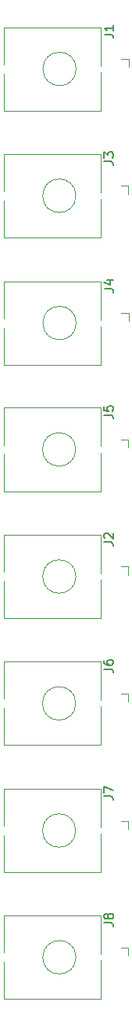
<source format=gbr>
%TF.GenerationSoftware,KiCad,Pcbnew,(5.1.6-0)*%
%TF.CreationDate,2020-10-27T19:58:16-07:00*%
%TF.ProjectId,circuit_board,63697263-7569-4745-9f62-6f6172642e6b,rev?*%
%TF.SameCoordinates,Original*%
%TF.FileFunction,Legend,Top*%
%TF.FilePolarity,Positive*%
%FSLAX46Y46*%
G04 Gerber Fmt 4.6, Leading zero omitted, Abs format (unit mm)*
G04 Created by KiCad (PCBNEW (5.1.6-0)) date 2020-10-27 19:58:16*
%MOMM*%
%LPD*%
G01*
G04 APERTURE LIST*
%ADD10C,0.120000*%
%ADD11C,0.150000*%
G04 APERTURE END LIST*
D10*
%TO.C,J1*%
X95910000Y-47170000D02*
X95910000Y-48030000D01*
X95910000Y-47170000D02*
X95110000Y-47170000D01*
X90230000Y-48230000D02*
G75*
G03*
X90230000Y-48230000I-1800000J0D01*
G01*
X92930000Y-47880000D02*
X92930000Y-43730000D01*
X92930000Y-52730000D02*
X92930000Y-48580000D01*
X82430000Y-47730000D02*
X82430000Y-43730000D01*
X82430000Y-52730000D02*
X82430000Y-48730000D01*
X92930000Y-52730000D02*
X82430000Y-52730000D01*
X92930000Y-43730000D02*
X82430000Y-43730000D01*
%TO.C,J2*%
X95880000Y-101810000D02*
X95880000Y-102670000D01*
X95880000Y-101810000D02*
X95080000Y-101810000D01*
X90200000Y-102870000D02*
G75*
G03*
X90200000Y-102870000I-1800000J0D01*
G01*
X92900000Y-102520000D02*
X92900000Y-98370000D01*
X92900000Y-107370000D02*
X92900000Y-103220000D01*
X82400000Y-102370000D02*
X82400000Y-98370000D01*
X82400000Y-107370000D02*
X82400000Y-103370000D01*
X92900000Y-107370000D02*
X82400000Y-107370000D01*
X92900000Y-98370000D02*
X82400000Y-98370000D01*
%TO.C,J3*%
X92900000Y-57380000D02*
X82400000Y-57380000D01*
X92900000Y-66380000D02*
X82400000Y-66380000D01*
X82400000Y-66380000D02*
X82400000Y-62380000D01*
X82400000Y-61380000D02*
X82400000Y-57380000D01*
X92900000Y-66380000D02*
X92900000Y-62230000D01*
X92900000Y-61530000D02*
X92900000Y-57380000D01*
X90200000Y-61880000D02*
G75*
G03*
X90200000Y-61880000I-1800000J0D01*
G01*
X95880000Y-60820000D02*
X95080000Y-60820000D01*
X95880000Y-60820000D02*
X95880000Y-61680000D01*
%TO.C,J4*%
X95910000Y-74520000D02*
X95910000Y-75380000D01*
X95910000Y-74520000D02*
X95110000Y-74520000D01*
X90230000Y-75580000D02*
G75*
G03*
X90230000Y-75580000I-1800000J0D01*
G01*
X92930000Y-75230000D02*
X92930000Y-71080000D01*
X92930000Y-80080000D02*
X92930000Y-75930000D01*
X82430000Y-75080000D02*
X82430000Y-71080000D01*
X82430000Y-80080000D02*
X82430000Y-76080000D01*
X92930000Y-80080000D02*
X82430000Y-80080000D01*
X92930000Y-71080000D02*
X82430000Y-71080000D01*
%TO.C,J5*%
X92880000Y-84690000D02*
X82380000Y-84690000D01*
X92880000Y-93690000D02*
X82380000Y-93690000D01*
X82380000Y-93690000D02*
X82380000Y-89690000D01*
X82380000Y-88690000D02*
X82380000Y-84690000D01*
X92880000Y-93690000D02*
X92880000Y-89540000D01*
X92880000Y-88840000D02*
X92880000Y-84690000D01*
X90180000Y-89190000D02*
G75*
G03*
X90180000Y-89190000I-1800000J0D01*
G01*
X95860000Y-88130000D02*
X95060000Y-88130000D01*
X95860000Y-88130000D02*
X95860000Y-88990000D01*
%TO.C,J6*%
X92880000Y-112030000D02*
X82380000Y-112030000D01*
X92880000Y-121030000D02*
X82380000Y-121030000D01*
X82380000Y-121030000D02*
X82380000Y-117030000D01*
X82380000Y-116030000D02*
X82380000Y-112030000D01*
X92880000Y-121030000D02*
X92880000Y-116880000D01*
X92880000Y-116180000D02*
X92880000Y-112030000D01*
X90180000Y-116530000D02*
G75*
G03*
X90180000Y-116530000I-1800000J0D01*
G01*
X95860000Y-115470000D02*
X95060000Y-115470000D01*
X95860000Y-115470000D02*
X95860000Y-116330000D01*
%TO.C,J7*%
X95860000Y-129160000D02*
X95860000Y-130020000D01*
X95860000Y-129160000D02*
X95060000Y-129160000D01*
X90180000Y-130220000D02*
G75*
G03*
X90180000Y-130220000I-1800000J0D01*
G01*
X92880000Y-129870000D02*
X92880000Y-125720000D01*
X92880000Y-134720000D02*
X92880000Y-130570000D01*
X82380000Y-129720000D02*
X82380000Y-125720000D01*
X82380000Y-134720000D02*
X82380000Y-130720000D01*
X92880000Y-134720000D02*
X82380000Y-134720000D01*
X92880000Y-125720000D02*
X82380000Y-125720000D01*
%TO.C,J8*%
X92910000Y-139360000D02*
X82410000Y-139360000D01*
X92910000Y-148360000D02*
X82410000Y-148360000D01*
X82410000Y-148360000D02*
X82410000Y-144360000D01*
X82410000Y-143360000D02*
X82410000Y-139360000D01*
X92910000Y-148360000D02*
X92910000Y-144210000D01*
X92910000Y-143510000D02*
X92910000Y-139360000D01*
X90210000Y-143860000D02*
G75*
G03*
X90210000Y-143860000I-1800000J0D01*
G01*
X95890000Y-142800000D02*
X95090000Y-142800000D01*
X95890000Y-142800000D02*
X95890000Y-143660000D01*
%TO.C,J1*%
D11*
X93282380Y-44533333D02*
X93996666Y-44533333D01*
X94139523Y-44580952D01*
X94234761Y-44676190D01*
X94282380Y-44819047D01*
X94282380Y-44914285D01*
X94282380Y-43533333D02*
X94282380Y-44104761D01*
X94282380Y-43819047D02*
X93282380Y-43819047D01*
X93425238Y-43914285D01*
X93520476Y-44009523D01*
X93568095Y-44104761D01*
%TO.C,J2*%
X93252380Y-99173333D02*
X93966666Y-99173333D01*
X94109523Y-99220952D01*
X94204761Y-99316190D01*
X94252380Y-99459047D01*
X94252380Y-99554285D01*
X93347619Y-98744761D02*
X93300000Y-98697142D01*
X93252380Y-98601904D01*
X93252380Y-98363809D01*
X93300000Y-98268571D01*
X93347619Y-98220952D01*
X93442857Y-98173333D01*
X93538095Y-98173333D01*
X93680952Y-98220952D01*
X94252380Y-98792380D01*
X94252380Y-98173333D01*
%TO.C,J3*%
X93252380Y-58183333D02*
X93966666Y-58183333D01*
X94109523Y-58230952D01*
X94204761Y-58326190D01*
X94252380Y-58469047D01*
X94252380Y-58564285D01*
X93252380Y-57802380D02*
X93252380Y-57183333D01*
X93633333Y-57516666D01*
X93633333Y-57373809D01*
X93680952Y-57278571D01*
X93728571Y-57230952D01*
X93823809Y-57183333D01*
X94061904Y-57183333D01*
X94157142Y-57230952D01*
X94204761Y-57278571D01*
X94252380Y-57373809D01*
X94252380Y-57659523D01*
X94204761Y-57754761D01*
X94157142Y-57802380D01*
%TO.C,J4*%
X93282380Y-71883333D02*
X93996666Y-71883333D01*
X94139523Y-71930952D01*
X94234761Y-72026190D01*
X94282380Y-72169047D01*
X94282380Y-72264285D01*
X93615714Y-70978571D02*
X94282380Y-70978571D01*
X93234761Y-71216666D02*
X93949047Y-71454761D01*
X93949047Y-70835714D01*
%TO.C,J5*%
X93232380Y-85493333D02*
X93946666Y-85493333D01*
X94089523Y-85540952D01*
X94184761Y-85636190D01*
X94232380Y-85779047D01*
X94232380Y-85874285D01*
X93232380Y-84540952D02*
X93232380Y-85017142D01*
X93708571Y-85064761D01*
X93660952Y-85017142D01*
X93613333Y-84921904D01*
X93613333Y-84683809D01*
X93660952Y-84588571D01*
X93708571Y-84540952D01*
X93803809Y-84493333D01*
X94041904Y-84493333D01*
X94137142Y-84540952D01*
X94184761Y-84588571D01*
X94232380Y-84683809D01*
X94232380Y-84921904D01*
X94184761Y-85017142D01*
X94137142Y-85064761D01*
%TO.C,J6*%
X93232380Y-112833333D02*
X93946666Y-112833333D01*
X94089523Y-112880952D01*
X94184761Y-112976190D01*
X94232380Y-113119047D01*
X94232380Y-113214285D01*
X93232380Y-111928571D02*
X93232380Y-112119047D01*
X93280000Y-112214285D01*
X93327619Y-112261904D01*
X93470476Y-112357142D01*
X93660952Y-112404761D01*
X94041904Y-112404761D01*
X94137142Y-112357142D01*
X94184761Y-112309523D01*
X94232380Y-112214285D01*
X94232380Y-112023809D01*
X94184761Y-111928571D01*
X94137142Y-111880952D01*
X94041904Y-111833333D01*
X93803809Y-111833333D01*
X93708571Y-111880952D01*
X93660952Y-111928571D01*
X93613333Y-112023809D01*
X93613333Y-112214285D01*
X93660952Y-112309523D01*
X93708571Y-112357142D01*
X93803809Y-112404761D01*
%TO.C,J7*%
X93232380Y-126523333D02*
X93946666Y-126523333D01*
X94089523Y-126570952D01*
X94184761Y-126666190D01*
X94232380Y-126809047D01*
X94232380Y-126904285D01*
X93232380Y-126142380D02*
X93232380Y-125475714D01*
X94232380Y-125904285D01*
%TO.C,J8*%
X93262380Y-140163333D02*
X93976666Y-140163333D01*
X94119523Y-140210952D01*
X94214761Y-140306190D01*
X94262380Y-140449047D01*
X94262380Y-140544285D01*
X93690952Y-139544285D02*
X93643333Y-139639523D01*
X93595714Y-139687142D01*
X93500476Y-139734761D01*
X93452857Y-139734761D01*
X93357619Y-139687142D01*
X93310000Y-139639523D01*
X93262380Y-139544285D01*
X93262380Y-139353809D01*
X93310000Y-139258571D01*
X93357619Y-139210952D01*
X93452857Y-139163333D01*
X93500476Y-139163333D01*
X93595714Y-139210952D01*
X93643333Y-139258571D01*
X93690952Y-139353809D01*
X93690952Y-139544285D01*
X93738571Y-139639523D01*
X93786190Y-139687142D01*
X93881428Y-139734761D01*
X94071904Y-139734761D01*
X94167142Y-139687142D01*
X94214761Y-139639523D01*
X94262380Y-139544285D01*
X94262380Y-139353809D01*
X94214761Y-139258571D01*
X94167142Y-139210952D01*
X94071904Y-139163333D01*
X93881428Y-139163333D01*
X93786190Y-139210952D01*
X93738571Y-139258571D01*
X93690952Y-139353809D01*
%TD*%
M02*

</source>
